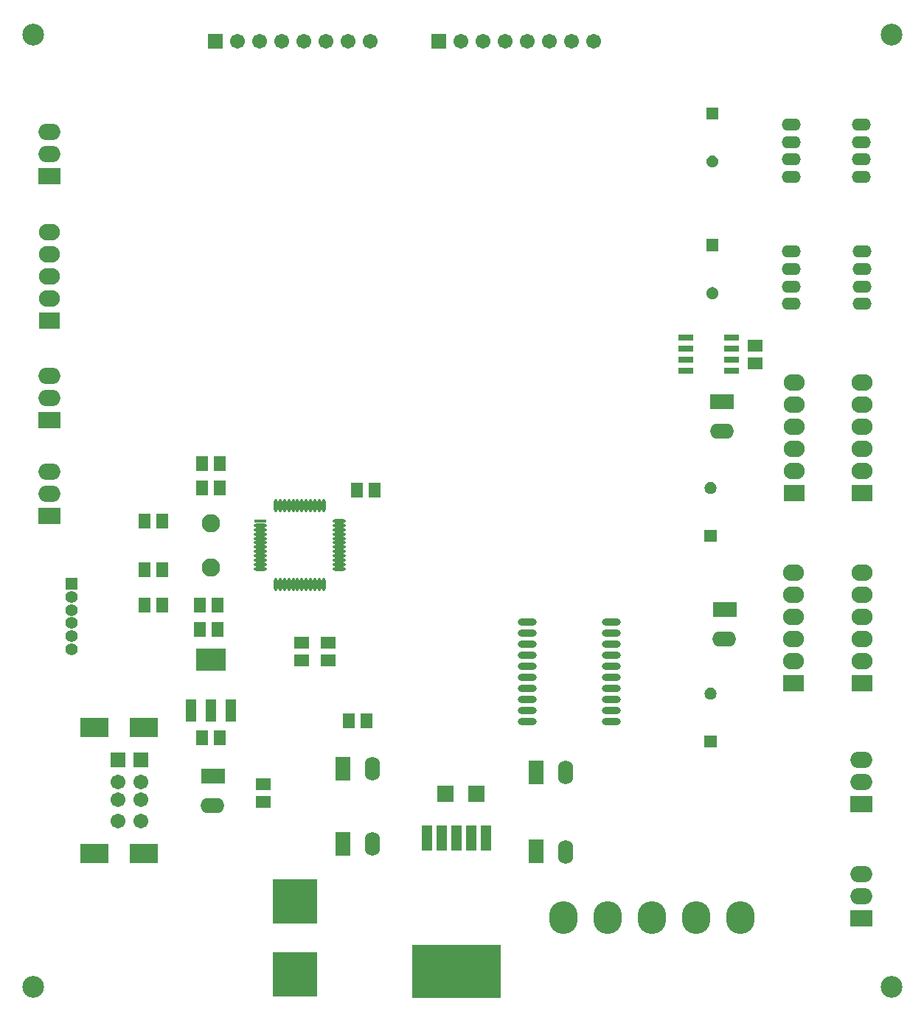
<source format=gts>
G04 Layer_Color=8388736*
%FSLAX44Y44*%
%MOMM*%
G71*
G01*
G75*
%ADD59O,0.4532X1.4732*%
%ADD60O,1.4732X0.4532*%
%ADD61R,1.4732X0.4532*%
%ADD62R,1.4732X1.8034*%
%ADD63R,3.5032X2.6032*%
%ADD64R,1.2032X2.6032*%
%ADD65R,1.8034X1.4732*%
%ADD66R,1.7272X0.7112*%
%ADD67R,10.2032X6.2032*%
%ADD68R,1.2732X2.9532*%
%ADD69R,1.9812X1.9812*%
%ADD70O,2.2032X0.8032*%
%ADD71O,2.4032X1.9032*%
%ADD72R,2.4032X1.9032*%
%ADD73R,2.5032X1.9032*%
%ADD74O,2.5032X1.9032*%
%ADD75C,1.4031*%
%ADD76R,1.4031X1.4031*%
%ADD77R,1.7272X2.7432*%
%ADD78O,1.7272X2.7432*%
%ADD79O,3.2512X3.7592*%
%ADD80R,2.7432X1.7272*%
%ADD81O,2.7432X1.7272*%
%ADD82R,5.2032X5.2032*%
%ADD83O,2.2032X1.4032*%
%ADD84C,2.5032*%
%ADD85R,3.2032X2.2352*%
%ADD86C,1.7032*%
%ADD87R,1.7032X1.7032*%
%ADD88R,1.7032X1.7032*%
%ADD89C,2.1082*%
G36*
X806298Y-605277D02*
X792582D01*
Y-591561D01*
X806298D01*
Y-605277D01*
D02*
G37*
G36*
X801230Y-536619D02*
X802899Y-537310D01*
X804331Y-538410D01*
X805430Y-539842D01*
X806122Y-541511D01*
X806357Y-543301D01*
X806122Y-545091D01*
X805430Y-546760D01*
X804331Y-548192D01*
X802899Y-549291D01*
X801230Y-549982D01*
X799440Y-550218D01*
X797650Y-549982D01*
X795981Y-549291D01*
X794549Y-548192D01*
X793449Y-546760D01*
X792758Y-545091D01*
X792523Y-543301D01*
X792758Y-541511D01*
X793449Y-539842D01*
X794549Y-538410D01*
X795981Y-537310D01*
X797650Y-536619D01*
X799440Y-536384D01*
X801230Y-536619D01*
D02*
G37*
G36*
X806298Y-841277D02*
X792582D01*
Y-827561D01*
X806298D01*
Y-841277D01*
D02*
G37*
G36*
X801230Y-772619D02*
X802899Y-773310D01*
X804331Y-774410D01*
X805430Y-775842D01*
X806122Y-777511D01*
X806357Y-779301D01*
X806122Y-781091D01*
X805430Y-782760D01*
X804331Y-784192D01*
X802899Y-785292D01*
X801230Y-785983D01*
X799440Y-786218D01*
X797650Y-785983D01*
X795981Y-785292D01*
X794549Y-784192D01*
X793449Y-782760D01*
X792758Y-781091D01*
X792523Y-779301D01*
X792758Y-777511D01*
X793449Y-775842D01*
X794549Y-774410D01*
X795981Y-773310D01*
X797650Y-772619D01*
X799440Y-772384D01*
X801230Y-772619D01*
D02*
G37*
G36*
X803230Y-161737D02*
X804899Y-162428D01*
X806331Y-163528D01*
X807430Y-164960D01*
X808121Y-166629D01*
X808357Y-168419D01*
X808121Y-170209D01*
X807430Y-171878D01*
X806331Y-173310D01*
X804899Y-174410D01*
X803230Y-175100D01*
X801440Y-175336D01*
X799650Y-175100D01*
X797981Y-174410D01*
X796549Y-173310D01*
X795450Y-171878D01*
X794759Y-170209D01*
X794523Y-168419D01*
X794759Y-166629D01*
X795450Y-164960D01*
X796549Y-163528D01*
X797981Y-162428D01*
X799650Y-161737D01*
X801440Y-161502D01*
X803230Y-161737D01*
D02*
G37*
G36*
X808298Y-120159D02*
X794582D01*
Y-106443D01*
X808298D01*
Y-120159D01*
D02*
G37*
G36*
X803230Y-312738D02*
X804899Y-313428D01*
X806331Y-314528D01*
X807430Y-315960D01*
X808121Y-317629D01*
X808357Y-319419D01*
X808121Y-321209D01*
X807430Y-322878D01*
X806331Y-324310D01*
X804899Y-325410D01*
X803230Y-326101D01*
X801440Y-326336D01*
X799650Y-326101D01*
X797981Y-325410D01*
X796549Y-324310D01*
X795450Y-322878D01*
X794759Y-321209D01*
X794523Y-319419D01*
X794759Y-317629D01*
X795450Y-315960D01*
X796549Y-314528D01*
X797981Y-313428D01*
X799650Y-312738D01*
X801440Y-312502D01*
X803230Y-312738D01*
D02*
G37*
G36*
X808298Y-271159D02*
X794582D01*
Y-257443D01*
X808298D01*
Y-271159D01*
D02*
G37*
D59*
X300246Y-563763D02*
D03*
X305246D02*
D03*
X310246D02*
D03*
X315246D02*
D03*
X320246D02*
D03*
X325246D02*
D03*
X330246D02*
D03*
X335246D02*
D03*
X340246D02*
D03*
X345246D02*
D03*
X350246D02*
D03*
X355246D02*
D03*
Y-653729D02*
D03*
X350246D02*
D03*
X345246D02*
D03*
X340246D02*
D03*
X335246D02*
D03*
X330246D02*
D03*
X325246D02*
D03*
X320246D02*
D03*
X315246D02*
D03*
X310246D02*
D03*
X305246D02*
D03*
X300246D02*
D03*
D60*
X372729Y-581246D02*
D03*
Y-586246D02*
D03*
Y-591246D02*
D03*
Y-596246D02*
D03*
Y-601246D02*
D03*
Y-606246D02*
D03*
Y-611246D02*
D03*
Y-616246D02*
D03*
Y-621246D02*
D03*
Y-626246D02*
D03*
Y-631246D02*
D03*
Y-636246D02*
D03*
X282763D02*
D03*
Y-631246D02*
D03*
Y-626246D02*
D03*
Y-621246D02*
D03*
Y-616246D02*
D03*
Y-611246D02*
D03*
Y-606246D02*
D03*
Y-601246D02*
D03*
Y-596246D02*
D03*
Y-591246D02*
D03*
Y-586246D02*
D03*
D61*
Y-581246D02*
D03*
D62*
X414020Y-546100D02*
D03*
X393700D02*
D03*
X213360Y-678180D02*
D03*
X233680D02*
D03*
X149860D02*
D03*
X170180D02*
D03*
X215900Y-830580D02*
D03*
X236220D02*
D03*
X404160Y-811000D02*
D03*
X383840D02*
D03*
X215900Y-515620D02*
D03*
X236220D02*
D03*
X149840Y-581000D02*
D03*
X170160D02*
D03*
X149840Y-637000D02*
D03*
X170160D02*
D03*
X213360Y-706120D02*
D03*
X233680D02*
D03*
X215900Y-543560D02*
D03*
X236220D02*
D03*
D63*
X226060Y-740620D02*
D03*
D64*
X249060Y-798620D02*
D03*
X226060Y-798620D02*
D03*
X203060Y-798620D02*
D03*
D65*
X330200Y-721360D02*
D03*
Y-741680D02*
D03*
X286000Y-904160D02*
D03*
Y-883840D02*
D03*
X850440Y-400020D02*
D03*
Y-379700D02*
D03*
X360680Y-741680D02*
D03*
Y-721360D02*
D03*
D66*
X823475Y-370810D02*
D03*
Y-383510D02*
D03*
Y-396210D02*
D03*
Y-408910D02*
D03*
X771405D02*
D03*
Y-396210D02*
D03*
Y-383510D02*
D03*
Y-370810D02*
D03*
D67*
X508000Y-1098891D02*
D03*
D68*
X474000Y-945746D02*
D03*
X491000D02*
D03*
X508000D02*
D03*
X525000D02*
D03*
X542000D02*
D03*
D69*
X530670Y-894350D02*
D03*
X495110D02*
D03*
D70*
X589180Y-748510D02*
D03*
Y-761210D02*
D03*
Y-773910D02*
D03*
Y-786610D02*
D03*
Y-799310D02*
D03*
X685700Y-812010D02*
D03*
Y-799310D02*
D03*
Y-786610D02*
D03*
Y-773910D02*
D03*
Y-761210D02*
D03*
X589180Y-697710D02*
D03*
X685700D02*
D03*
Y-723110D02*
D03*
Y-748510D02*
D03*
Y-735810D02*
D03*
X589180Y-710410D02*
D03*
Y-723110D02*
D03*
Y-735810D02*
D03*
X685700Y-710410D02*
D03*
X589180Y-812010D02*
D03*
D71*
X40000Y-249200D02*
D03*
Y-274600D02*
D03*
Y-300000D02*
D03*
Y-325400D02*
D03*
X895440Y-422360D02*
D03*
Y-447760D02*
D03*
Y-473160D02*
D03*
Y-498560D02*
D03*
Y-523960D02*
D03*
X973440Y-523960D02*
D03*
Y-498560D02*
D03*
Y-473160D02*
D03*
Y-447760D02*
D03*
Y-422360D02*
D03*
X894440Y-640360D02*
D03*
Y-665760D02*
D03*
Y-691160D02*
D03*
Y-716560D02*
D03*
Y-741960D02*
D03*
X973440D02*
D03*
Y-716560D02*
D03*
Y-691160D02*
D03*
Y-665760D02*
D03*
Y-640360D02*
D03*
D72*
X40000Y-350800D02*
D03*
X895440Y-549360D02*
D03*
X973440Y-549360D02*
D03*
X894440Y-767360D02*
D03*
X973440D02*
D03*
D73*
X40000Y-185400D02*
D03*
X972440Y-906260D02*
D03*
Y-1037260D02*
D03*
X40000Y-575400D02*
D03*
Y-465400D02*
D03*
D74*
Y-160000D02*
D03*
Y-134600D02*
D03*
X972440Y-880860D02*
D03*
Y-855460D02*
D03*
Y-1011860D02*
D03*
Y-986460D02*
D03*
X40000Y-524600D02*
D03*
Y-550000D02*
D03*
Y-414600D02*
D03*
Y-440000D02*
D03*
D75*
X66040Y-728370D02*
D03*
Y-713384D02*
D03*
Y-698373D02*
D03*
Y-683387D02*
D03*
Y-668376D02*
D03*
D76*
Y-653390D02*
D03*
D77*
X376982Y-865873D02*
D03*
Y-951873D02*
D03*
X598982Y-960873D02*
D03*
Y-869873D02*
D03*
D78*
X411018Y-866127D02*
D03*
Y-952127D02*
D03*
X633018Y-961127D02*
D03*
Y-870127D02*
D03*
D79*
X783240Y-1036860D02*
D03*
X834040D02*
D03*
X732440D02*
D03*
X681640D02*
D03*
X630840D02*
D03*
D80*
X815567Y-682842D02*
D03*
X812567Y-443842D02*
D03*
X228127Y-873982D02*
D03*
D81*
X815313Y-716878D02*
D03*
X812313Y-477878D02*
D03*
X227873Y-908018D02*
D03*
D82*
X322000Y-1018090D02*
D03*
Y-1101910D02*
D03*
D83*
X972440Y-185860D02*
D03*
Y-165860D02*
D03*
Y-145860D02*
D03*
Y-125860D02*
D03*
X892440Y-331860D02*
D03*
Y-311860D02*
D03*
Y-291860D02*
D03*
Y-271860D02*
D03*
X892440Y-185860D02*
D03*
Y-165860D02*
D03*
Y-145860D02*
D03*
Y-125860D02*
D03*
X973440Y-331860D02*
D03*
Y-311860D02*
D03*
Y-291860D02*
D03*
Y-271860D02*
D03*
D84*
X1006960Y-1116330D02*
D03*
Y-22860D02*
D03*
X21440D02*
D03*
Y-1116330D02*
D03*
D85*
X148500Y-818500D02*
D03*
Y-963500D02*
D03*
X91700D02*
D03*
Y-818500D02*
D03*
D86*
X145000Y-926000D02*
D03*
Y-901000D02*
D03*
Y-881000D02*
D03*
X118800D02*
D03*
Y-901000D02*
D03*
Y-926000D02*
D03*
X408900Y-30000D02*
D03*
X383500D02*
D03*
X358100D02*
D03*
X332700D02*
D03*
X307300D02*
D03*
X281900D02*
D03*
X256500D02*
D03*
X665480Y-30480D02*
D03*
X640080D02*
D03*
X614680D02*
D03*
X589280D02*
D03*
X563880D02*
D03*
X538480D02*
D03*
X513080D02*
D03*
D87*
X145000Y-856000D02*
D03*
X118800D02*
D03*
D88*
X231100Y-30000D02*
D03*
X487680Y-30480D02*
D03*
D89*
X226000Y-583600D02*
D03*
Y-634400D02*
D03*
M02*

</source>
